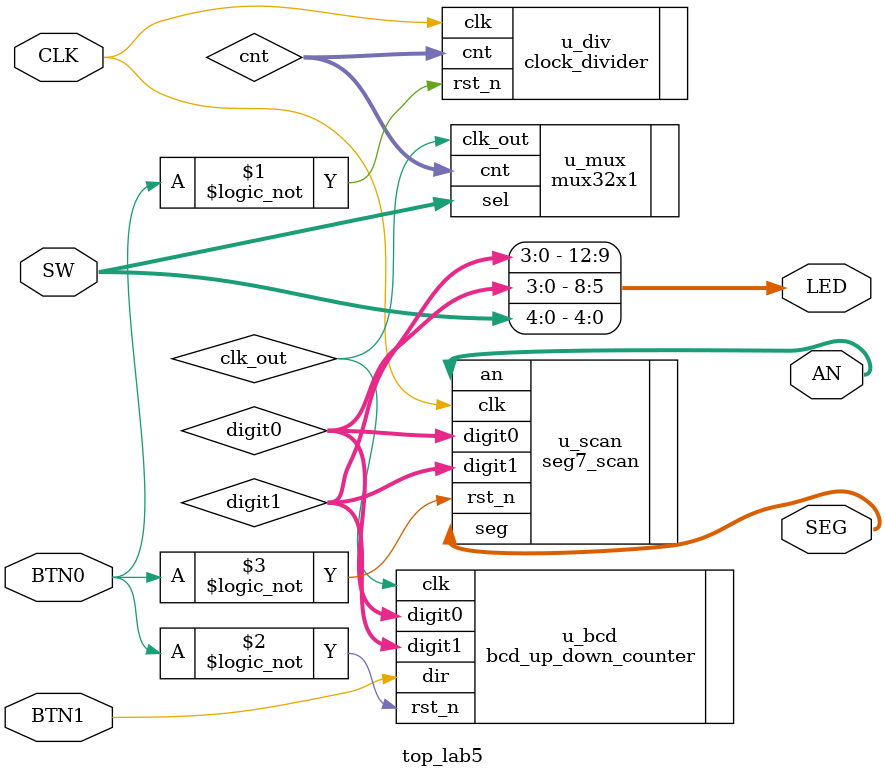
<source format=v>
`timescale 1ns / 1ps

module top_lab5 (
    input        CLK,     
    input        BTN0,    // Reset
    input        BTN1,    // Dir
    input  [4:0] SW,      
    output [6:0] SEG,     // Segments a–g 
    output [1:0] AN,      
    output [12:0] LED      
);

  // 1. Instantiate clock divider 
    wire [31:0] cnt;
    clock_divider u_div (
        .clk (CLK),
        .rst_n (!BTN0),   // Active‑low reset
        .cnt (cnt)
    );

    // 2.  Instantiate 32x1 mux
    wire clk_out;         
    mux32x1 u_mux (
        .cnt (cnt),   
        .sel (SW),
        .clk_out (clk_out)
    );

    // 3.  Instantiate up/down counter
    wire [3:0] digit0;    // Ones Digit
    wire [3:0] digit1;    // Tens Digit
    bcd_up_down_counter u_bcd (
        .clk (clk_out),  
        .rst_n (!BTN0),
        .dir (BTN1),     // BTN1 high = up
        .digit0 (digit0),
        .digit1 (digit1)
    );

    // 4. Instantiate 7‑segment scan
    seg7_scan u_scan (
        .clk (CLK),     
        .rst_n (!BTN0),
        .digit0 (digit0),
        .digit1 (digit1),
        .seg (SEG),
        .an (AN)
    );


    // 5. LEDs
    assign LED[4:0] = SW;                          // Switch setting
    assign LED[8:5] = digit0;                      // BCD value
    assign LED[12:9]   = digit1;                   // BCD ten value

endmodule

</source>
